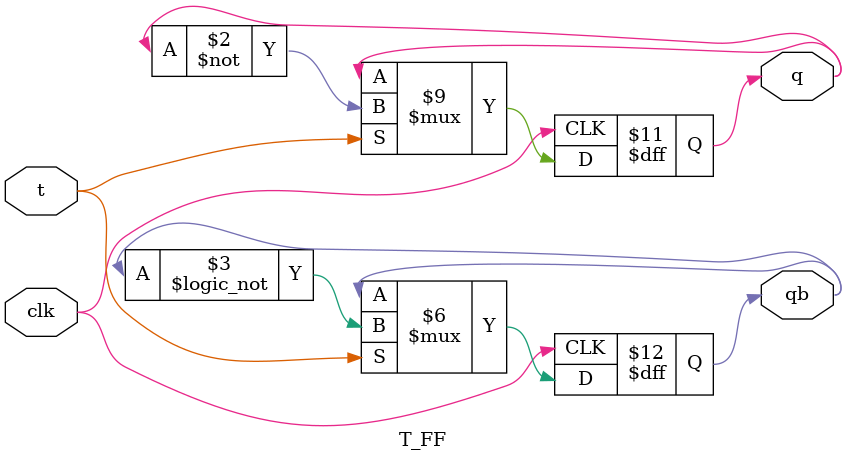
<source format=v>
`timescale 1ns / 1ps
module T_FF(
input wire t, clk,
output reg q, qb );
initial 
begin
q=1 ;
qb=0;
end
always @( posedge clk)
if (t) begin 
q = ~q ;
qb = !qb;
end 
endmodule

</source>
